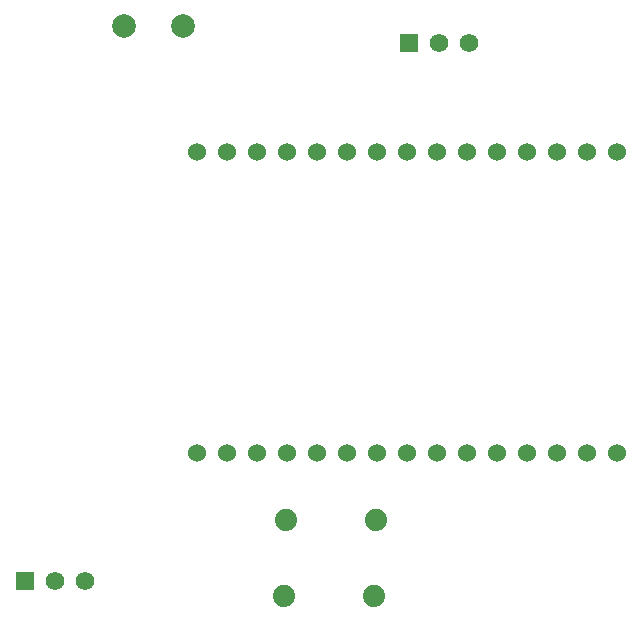
<source format=gtl>
G04 Layer: TopLayer*
G04 EasyEDA v6.5.51, 2025-10-20 22:37:19*
G04 0329cdd6e84a4ea496a32ef4976c9469,12abd119770744df9ef097ef44d34389,10*
G04 Gerber Generator version 0.2*
G04 Scale: 100 percent, Rotated: No, Reflected: No *
G04 Dimensions in millimeters *
G04 leading zeros omitted , absolute positions ,4 integer and 5 decimal *
%FSLAX45Y45*%
%MOMM*%

%ADD10C,2.0000*%
%ADD11R,1.5748X1.5748*%
%ADD12C,1.5748*%
%ADD13C,1.8796*%
%ADD14C,1.5240*%
%ADD15C,0.0179*%

%LPD*%
D10*
G01*
X-2403855Y5207000D03*
G01*
X-2904744Y5207000D03*
D11*
G01*
X-3746500Y508000D03*
D12*
G01*
X-3492500Y508000D03*
G01*
X-3238500Y508000D03*
D11*
G01*
X-495300Y5067300D03*
D12*
G01*
X-241300Y5067300D03*
G01*
X12700Y5067300D03*
D13*
G01*
X-1536700Y1028700D03*
G01*
X-774700Y1028700D03*
G01*
X-1549400Y381000D03*
G01*
X-787400Y381000D03*
D14*
G01*
X1270000Y4140200D03*
G01*
X1016000Y4140200D03*
G01*
X762000Y4140200D03*
G01*
X508000Y4140200D03*
G01*
X254000Y4140200D03*
G01*
X0Y4140200D03*
G01*
X-254000Y4140200D03*
G01*
X-508000Y4140200D03*
G01*
X-762000Y4140200D03*
G01*
X-1016000Y4140200D03*
G01*
X-1270000Y4140200D03*
G01*
X-1524000Y4140200D03*
G01*
X-1778000Y4140200D03*
G01*
X-2032000Y4140200D03*
G01*
X-2286000Y4140200D03*
G01*
X-2286000Y1590192D03*
G01*
X-2032000Y1590192D03*
G01*
X-1778000Y1590192D03*
G01*
X-1524000Y1590192D03*
G01*
X-1270000Y1590192D03*
G01*
X-1016000Y1590192D03*
G01*
X-762000Y1590192D03*
G01*
X-508000Y1590192D03*
G01*
X-254000Y1590192D03*
G01*
X0Y1590192D03*
G01*
X254000Y1590192D03*
G01*
X508000Y1590192D03*
G01*
X762000Y1590192D03*
G01*
X1270000Y1590192D03*
G01*
X1016000Y1590192D03*
M02*

</source>
